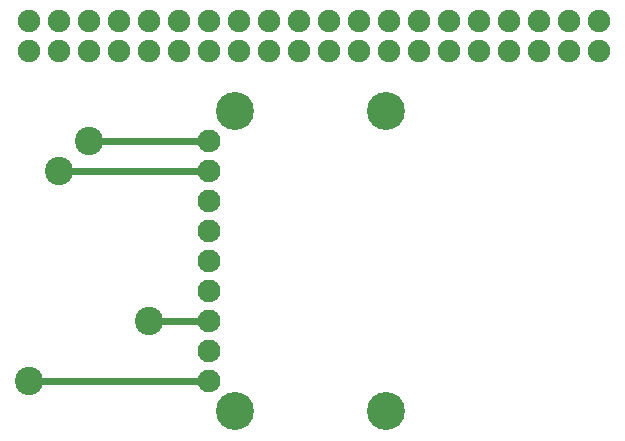
<source format=gbl>
G04 MADE WITH FRITZING*
G04 WWW.FRITZING.ORG*
G04 DOUBLE SIDED*
G04 HOLES PLATED*
G04 CONTOUR ON CENTER OF CONTOUR VECTOR*
%ASAXBY*%
%FSLAX23Y23*%
%MOIN*%
%OFA0B0*%
%SFA1.0B1.0*%
%ADD10C,0.076000*%
%ADD11C,0.126614*%
%ADD12C,0.075361*%
%ADD13C,0.094488*%
%ADD14C,0.024000*%
%LNCOPPER0*%
G90*
G70*
G54D10*
X717Y871D03*
X717Y471D03*
G54D11*
X802Y171D03*
G54D10*
X717Y671D03*
X717Y271D03*
G54D11*
X1307Y1171D03*
G54D10*
X717Y771D03*
X717Y571D03*
X717Y371D03*
G54D11*
X1307Y171D03*
X802Y1171D03*
G54D10*
X717Y1071D03*
X717Y971D03*
G54D12*
X117Y1371D03*
X217Y1371D03*
X317Y1371D03*
X417Y1371D03*
X517Y1371D03*
X617Y1371D03*
X717Y1371D03*
X817Y1371D03*
X917Y1371D03*
X1017Y1371D03*
X1117Y1371D03*
X1217Y1371D03*
X1317Y1371D03*
X1417Y1371D03*
X1517Y1371D03*
X1617Y1371D03*
X1717Y1371D03*
X1817Y1371D03*
X1917Y1371D03*
X2017Y1371D03*
X2017Y1471D03*
X1917Y1471D03*
X1817Y1471D03*
X1717Y1471D03*
X1617Y1471D03*
X1517Y1471D03*
X1417Y1471D03*
X1317Y1471D03*
X1217Y1471D03*
X1117Y1471D03*
X1017Y1471D03*
X917Y1471D03*
X817Y1471D03*
X717Y1471D03*
X617Y1471D03*
X517Y1471D03*
X417Y1471D03*
X317Y1471D03*
X217Y1471D03*
X117Y1471D03*
G54D13*
X517Y471D03*
X317Y1071D03*
X217Y971D03*
X117Y271D03*
G54D14*
X344Y1071D02*
X686Y1071D01*
D02*
X544Y471D02*
X686Y471D01*
D02*
X244Y971D02*
X686Y971D01*
D02*
X144Y271D02*
X686Y271D01*
G04 End of Copper0*
M02*
</source>
